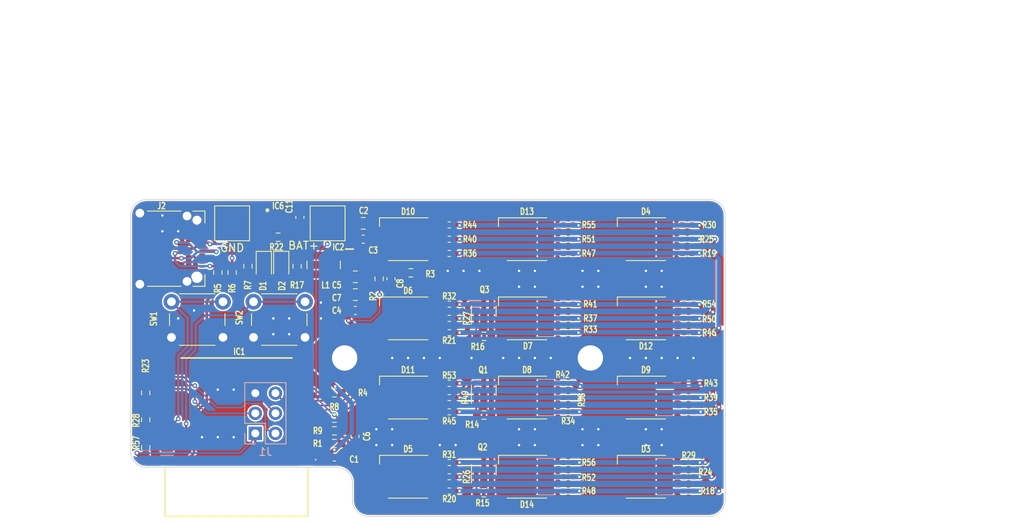
<source format=kicad_pcb>
(kicad_pcb (version 20211014) (generator pcbnew)
  (layers (0 "F.Cu" signal) (31 "B.Cu" signal) (34 "B.Paste" user) (35 "F.Paste" user) (36 "B.SilkS" user "B.Silkscreen") (37 "F.SilkS" user "F.Silkscreen") (38 "B.Mask" user) (39 "F.Mask" user) (44 "Edge.Cuts" user))
  (net 0 "")
  (net 1 "GND")
  (net 2 "+3V0")
  (net 3 "+BATT")
  (net 4 "/esp_en")
  (net 5 "Net-(C8-Pad2)")
  (net 6 "Net-(D1-Pad2)")
  (net 7 "Net-(D2-Pad1)")
  (net 8 "Net-(D2-Pad2)")
  (net 9 "/G")
  (net 10 "/R")
  (net 11 "/B")
  (net 12 "Net-(IC1-Pad3)")
  (net 13 "/red")
  (net 14 "/green")
  (net 15 "/blue")
  (net 16 "Net-(IC1-Pad7)")
  (net 17 "/boot")
  (net 19 "/rx")
  (net 20 "/tx")
  (net 21 "Net-(IC1-Pad15)")
  (net 22 "Net-(IC1-Pad16)")
  (net 24 "Net-(IC1-Pad18)")
  (net 25 "Net-(IC2-Pad2)")
  (net 26 "Net-(J2-PadA5)")
  (net 27 "Net-(J2-PadB5)")
  (net 28 "Net-(IC6-Pad1)")
  (net 29 "Net-(IC6-Pad4)")
  (net 32 "/D-")
  (net 33 "/D+")
  (net 34 "Net-(J2-PadA6)")
  (net 35 "Net-(J2-PadA7)")
  (net 36 "Net-(D3-Pad4)")
  (net 37 "Net-(D3-Pad5)")
  (net 38 "Net-(D3-Pad6)")
  (net 39 "Net-(D4-Pad4)")
  (net 40 "Net-(D4-Pad5)")
  (net 41 "Net-(D4-Pad6)")
  (net 42 "Net-(D5-Pad4)")
  (net 43 "Net-(D5-Pad5)")
  (net 44 "Net-(D5-Pad6)")
  (net 45 "Net-(D6-Pad6)")
  (net 46 "Net-(D6-Pad5)")
  (net 47 "Net-(D6-Pad4)")
  (net 48 "Net-(D7-Pad6)")
  (net 49 "Net-(D7-Pad5)")
  (net 50 "Net-(D7-Pad4)")
  (net 51 "Net-(D8-Pad4)")
  (net 52 "Net-(D8-Pad5)")
  (net 53 "Net-(D8-Pad6)")
  (net 54 "Net-(D9-Pad4)")
  (net 55 "Net-(D9-Pad5)")
  (net 56 "Net-(D9-Pad6)")
  (net 57 "Net-(D10-Pad6)")
  (net 58 "Net-(D10-Pad5)")
  (net 59 "Net-(D10-Pad4)")
  (net 60 "Net-(D11-Pad6)")
  (net 61 "Net-(D11-Pad5)")
  (net 62 "Net-(D11-Pad4)")
  (net 63 "Net-(D12-Pad6)")
  (net 64 "Net-(D12-Pad5)")
  (net 65 "Net-(D12-Pad4)")
  (net 66 "Net-(D13-Pad4)")
  (net 67 "Net-(D13-Pad5)")
  (net 68 "Net-(D13-Pad6)")
  (net 69 "Net-(D14-Pad6)")
  (net 70 "Net-(D14-Pad5)")
  (net 71 "Net-(D14-Pad4)")
  (footprint "Resistor_SMD:R_0402_1005Metric_Pad0.72x0.64mm_HandSolder" (layer "F.Cu") (at 162.3 124.5 180)
    (fp_text reference "R52")
    (fp_text value "51R")
  )
  (footprint "Resistor_SMD:R_0402_1005Metric_Pad0.72x0.64mm_HandSolder" (layer "F.Cu") (at 177.3 92.7 180)
    (fp_text reference "R30")
    (fp_text value "5R1")
  )
  (footprint "Resistor_SMD:R_0402_1005Metric_Pad0.72x0.64mm_HandSolder" (layer "F.Cu") (at 162.3 106.3 180)
    (fp_text reference "R33")
    (fp_text value "5R1")
  )
  (footprint "LED_SMD:LED_RGB_5050-6" (layer "F.Cu") (at 172.1 94.5)
    (fp_text reference "D4")
    (fp_text value "C440459")
  )
  (footprint "Resistor_SMD:R_0402_1005Metric_Pad0.72x0.64mm_HandSolder" (layer "F.Cu") (at 147.3 122.7 180)
    (fp_text reference "R31")
    (fp_text value "5R1")
  )
  (footprint "SamacSys_Parts:ESP32C3WROOM02H4" (layer "F.Cu") (at 129.95 109.5 180)
    (fp_text reference "IC1")
    (fp_text value "ESP32-C3-WROOM-02-H4" hide)
  )
  (footprint "Resistor_SMD:R_0603_1608Metric_Pad0.98x0.95mm_HandSolder" (layer "F.Cu") (at 138.45 99.5 -90)
    (fp_text reference "R2")
    (fp_text value "120k")
  )
  (footprint "Capacitor_SMD:C_0805_2012Metric" (layer "F.Cu") (at 135.45 99.25)
    (fp_text reference "C5")
    (fp_text value "22u")
  )
  (footprint "Resistor_SMD:R_0402_1005Metric_Pad0.72x0.64mm_HandSolder" (layer "F.Cu") (at 177.5 112.7 180)
    (fp_text reference "R43")
    (fp_text value "5R1")
  )
  (footprint "LED_SMD:LED_RGB_5050-6" (layer "F.Cu") (at 142.1 94.5)
    (fp_text reference "D10")
    (fp_text value "C440459")
  )
  (footprint "Resistor_SMD:R_0402_1005Metric_Pad0.72x0.64mm_HandSolder" (layer "F.Cu") (at 162.3 104.5 180)
    (fp_text reference "R37")
    (fp_text value "51R")
  )
  (footprint "LED_SMD:LED_RGB_5050-6" (layer "F.Cu") (at 142.1 114.5)
    (fp_text reference "D11")
    (fp_text value "C440459")
  )
  (footprint "Resistor_SMD:R_0402_1005Metric_Pad0.72x0.64mm_HandSolder" (layer "F.Cu") (at 162.3 96.3 180)
    (fp_text reference "R47")
    (fp_text value "5R1")
  )
  (footprint "LED_SMD:LED_RGB_5050-6" (layer "F.Cu") (at 157.1 114.5)
    (fp_text reference "D8")
    (fp_text value "C440459")
  )
  (footprint "Resistor_SMD:R_0603_1608Metric_Pad0.98x0.95mm_HandSolder" (layer "F.Cu") (at 109 117.3 90)
    (fp_text reference "R28")
    (fp_text value "0")
  )
  (footprint "Resistor_SMD:R_0402_1005Metric_Pad0.72x0.64mm_HandSolder" (layer "F.Cu") (at 177.5 102.7 180)
    (fp_text reference "R54")
    (fp_text value "5R1")
  )
  (footprint "Connector_USB:USB_C_Receptacle_Amphenol_12401610E4-2A_CircularHoles" (layer "F.Cu") (at 111.1 95.7 -90)
    (fp_text reference "J2")
    (fp_text value "USB_C_Receptacle_USB2.0")
  )
  (footprint "Resistor_SMD:R_0603_1608Metric_Pad0.98x0.95mm_HandSolder" (layer "F.Cu") (at 128.1 97.9 -90)
    (fp_text reference "R17")
    (fp_text value "2.2K")
  )
  (footprint "LED_SMD:LED_RGB_5050-6" (layer "F.Cu") (at 157.1 124.5)
    (fp_text reference "D14")
    (fp_text value "C440459")
  )
  (footprint "Resistor_SMD:R_0402_1005Metric_Pad0.72x0.64mm_HandSolder" (layer "F.Cu") (at 177.5 116.3 180)
    (fp_text reference "R35")
    (fp_text value "5R1")
  )
  (footprint "Resistor_SMD:R_0603_1608Metric_Pad0.98x0.95mm_HandSolder" (layer "F.Cu") (at 142.45 98.75 180)
    (fp_text reference "R3")
    (fp_text value "30k")
  )
  (footprint "Resistor_SMD:R_0402_1005Metric_Pad0.72x0.64mm_HandSolder" (layer "F.Cu") (at 162.3025 94.5 180)
    (fp_text reference "R51")
    (fp_text value "51R")
  )
  (footprint "TestPoint:TestPoint_Pad_4.0x4.0mm" (layer "F.Cu") (at 131.95 92.5)
    (fp_text reference "TP1" hide)
    (fp_text value "BAT+")
  )
  (footprint "Resistor_SMD:R_0603_1608Metric_Pad0.98x0.95mm_HandSolder" (layer "F.Cu") (at 151.6875 106.76875)
    (fp_text reference "R16")
    (fp_text value "10k")
  )
  (footprint "LED_SMD:LED_0805_2012Metric_Pad1.15x1.40mm_HandSolder" (layer "F.Cu") (at 126.1 97.9 -90)
    (fp_text reference "D2")
    (fp_text value "LED")
  )
  (footprint "LED_SMD:LED_RGB_5050-6" (layer "F.Cu") (at 142.1 124.5)
    (fp_text reference "D5")
    (fp_text value "C440459")
  )
  (footprint "Resistor_SMD:R_0402_1005Metric_Pad0.72x0.64mm_HandSolder" (layer "F.Cu") (at 147.3 124.5 180)
    (fp_text reference "R26")
    (fp_text value "51R")
  )
  (footprint "Resistor_SMD:R_0402_1005Metric_Pad0.72x0.64mm_HandSolder" (layer "F.Cu") (at 147.3 96.3 180)
    (fp_text reference "R36")
    (fp_text value "5R1")
  )
  (footprint "Resistor_SMD:R_0402_1005Metric_Pad0.72x0.64mm_HandSolder" (layer "F.Cu") (at 162.3 122.7 180)
    (fp_text reference "R56")
    (fp_text value "5R1")
  )
  (footprint "Resistor_SMD:R_0603_1608Metric_Pad0.98x0.95mm_HandSolder" (layer "F.Cu") (at 132.8 120.3 180)
    (fp_text reference "R1")
    (fp_text value "10k")
  )
  (footprint "Resistor_SMD:R_0402_1005Metric_Pad0.72x0.64mm_HandSolder" (layer "F.Cu") (at 177.5 124.5 180)
    (fp_text reference "R24")
    (fp_text value "51R")
  )
  (footprint "Capacitor_SMD:C_0603_1608Metric_Pad1.08x0.95mm_HandSolder" (layer "F.Cu") (at 128.45 91.75 90)
    (fp_text reference "C11")
    (fp_text value "10u")
  )
  (footprint "LED_SMD:LED_RGB_5050-6" (layer "F.Cu") (at 172.1 124.5)
    (fp_text reference "D3")
    (fp_text value "C440459")
  )
  (footprint "Resistor_SMD:R_0402_1005Metric_Pad0.72x0.64mm_HandSolder" (layer "F.Cu") (at 147.3 102.7 180)
    (fp_text reference "R32")
    (fp_text value "5R1")
  )
  (footprint "Resistor_SMD:R_0603_1608Metric" (layer "F.Cu") (at 119.9 98.7 90)
    (fp_text reference "R6")
    (fp_text value "5.1k")
  )
  (footprint "Capacitor_SMD:C_0603_1608Metric_Pad1.08x0.95mm_HandSolder" (layer "F.Cu") (at 135.45 103.5)
    (fp_text reference "C4")
    (fp_text value "100n")
  )
  (footprint "Resistor_SMD:R_0402_1005Metric_Pad0.72x0.64mm_HandSolder" (layer "F.Cu") (at 177.5 114.5 180)
    (fp_text reference "R39")
    (fp_text value "51R")
  )
  (footprint "TestPoint:TestPoint_Pad_4.0x4.0mm" (layer "F.Cu") (at 119.9 92.5)
    (fp_text reference "TP2" hide)
    (fp_text value "GND")
  )
  (footprint "Resistor_SMD:R_0402_1005Metric_Pad0.72x0.64mm_HandSolder" (layer "F.Cu") (at 147.3 94.5 180)
    (fp_text reference "R40")
    (fp_text value "51R")
  )
  (footprint "Capacitor_SMD:C_0603_1608Metric_Pad1.08x0.95mm_HandSolder" (layer "F.Cu") (at 139.95 99.5 90)
    (fp_text reference "C8")
    (fp_text value "56p")
  )
  (footprint "Resistor_SMD:R_0402_1005Metric_Pad0.72x0.64mm_HandSolder" (layer "F.Cu") (at 147.3 106.3 180)
    (fp_text reference "R21")
    (fp_text value "5R1")
  )
  (footprint "Resistor_SMD:R_0603_1608Metric_Pad0.98x0.95mm_HandSolder" (layer "F.Cu") (at 132.8 113.9 180)
    (fp_text reference "R4")
    (fp_text value "10k")
  )
  (footprint "LED_SMD:LED_RGB_5050-6" (layer "F.Cu") (at 172.1 114.5)
    (fp_text reference "D9")
    (fp_text value "C440459")
  )
  (footprint "Resistor_SMD:R_0402_1005Metric_Pad0.72x0.64mm_HandSolder" (layer "F.Cu") (at 177.3 94.5 180)
    (fp_text reference "R25")
    (fp_text value "51R")
  )
  (footprint "Resistor_SMD:R_0603_1608Metric_Pad0.98x0.95mm_HandSolder" (layer "F.Cu") (at 151.6875 116.70625)
    (fp_text reference "R14")
    (fp_text value "10k")
  )
  (footprint "LED_SMD:LED_RGB_5050-6" (layer "F.Cu") (at 157.1 104.5)
    (fp_text reference "D7")
    (fp_text value "C440459")
  )
  (footprint "Resistor_SMD:R_0603_1608Metric_Pad0.98x0.95mm_HandSolder" (layer "F.Cu") (at 132.8 117.1)
    (fp_text reference "R8")
    (fp_text value "10k")
  )
  (footprint "Resistor_SMD:R_0603_1608Metric_Pad0.98x0.95mm_HandSolder" (layer "F.Cu") (at 121.9 97.9 -90)
    (fp_text reference "R7")
    (fp_text value "2.2K")
  )
  (footprint "Resistor_SMD:R_0402_1005Metric_Pad0.72x0.64mm_HandSolder" (layer "F.Cu") (at 177.5 106.3 180)
    (fp_text reference "R46")
    (fp_text value "5R1")
  )
  (footprint "Resistor_SMD:R_0603_1608Metric_Pad0.98x0.95mm_HandSolder" (layer "F.Cu") (at 109 113.9 90)
    (fp_text reference "R23")
    (fp_text value "0")
  )
  (footprint "Resistor_SMD:R_0402_1005Metric_Pad0.72x0.64mm_HandSolder" (layer "F.Cu") (at 162.3 92.7 180)
    (fp_text reference "R55")
    (fp_text value "5R1")
  )
  (footprint "SamacSys_Parts:SOT50P160X60-6N" (layer "F.Cu") (at 135.45 96.75)
    (fp_text reference "IC2")
    (fp_text value "TPS564247DRLR" hide)
  )
  (footprint "Resistor_SMD:R_0402_1005Metric_Pad0.72x0.64mm_HandSolder" (layer "F.Cu") (at 162.3025 102.7 180)
    (fp_text reference "R41")
    (fp_text value "5R1")
  )
  (footprint "Resistor_SMD:R_0402_1005Metric_Pad0.72x0.64mm_HandSolder" (layer "F.Cu") (at 177.3 96.3 180)
    (fp_text reference "R19")
    (fp_text value "5R1")
  )
  (footprint "Package_TO_SOT_SMD:SOT-23" (layer "F.Cu") (at 151.65 123.61875 90)
    (fp_text reference "Q2")
    (fp_text value "C347476")
  )
  (footprint "Resistor_SMD:R_0402_1005Metric_Pad0.72x0.64mm_HandSolder" (layer "F.Cu") (at 177.5 126.3 180)
    (fp_text reference "R18")
    (fp_text value "5R1")
  )
  (footprint "Capacitor_SMD:C_0603_1608Metric_Pad1.08x0.95mm_HandSolder" (layer "F.Cu") (at 135.4 119.4 90)
    (fp_text reference "C6")
    (fp_text value "100n")
  )
  (footprint "SamacSys_Parts:SON50P200X200X60-7N-D" (layer "F.Cu") (at 125.7 92)
    (fp_text reference "IC6")
    (fp_text value "SC810ULTRT" hide)
  )
  (footprint "Resistor_SMD:R_0603_1608Metric_Pad0.98x0.95mm_HandSolder" (layer "F.Cu") (at 109 120.8 90)
    (fp_text reference "R57")
    (fp_text value "10k")
  )
  (footprint "Capacitor_SMD:C_0805_2012Metric" (layer "F.Cu") (at 136.45 92.5)
    (fp_text reference "C2")
    (fp_text value "47u")
  )
  (footprint "MountingHole:MountingHole_3.2mm_M3_DIN965_Pad" (layer "F.Cu") (at 134.1 109.5)
    (fp_text reference "H2")
    (fp_text value "MountingHole_Pad")
  )
  (footprint "Button_Switch_THT:SW_PUSH_6mm_H4.3mm" (layer "F.Cu") (at 129.1 106.9 180)
    (fp_text reference "SW2")
    (fp_text value "SW_SPST")
  )
  (footprint "Resistor_SMD:R_0402_1005Metric_Pad0.72x0.64mm_HandSolder" (layer "F.Cu") (at 162.3 112.7 180)
    (fp_text reference "R42")
    (fp_text value "5R1")
  )
  (footprint "Resistor_SMD:R_0402_1005Metric_Pad0.72x0.64mm_HandSolder" (layer "F.Cu") (at 162.3 126.3 180)
    (fp_text reference "R48")
    (fp_text value "5R1")
  )
  (footprint "Resistor_SMD:R_0603_1608Metric_Pad0.98x0.95mm_HandSolder" (layer "F.Cu") (at 125.7 94.25)
    (fp_text reference "R22")
    (fp_text value "2.2K")
  )
  (footprint "Capacitor_SMD:C_0603_1608Metric_Pad1.08x0.95mm_HandSolder" (layer "F.Cu") (at 132.8 122)
    (fp_text reference "C1")
    (fp_text value "10u")
  )
  (footprint "LED_SMD:LED_RGB_5050-6" (layer "F.Cu") (at 172.1 104.5)
    (fp_text reference "D12")
    (fp_text value "C440459")
  )
  (footprint "Button_Switch_THT:SW_PUSH_6mm_H4.3mm" (layer "F.Cu") (at 112.25 102.4)
    (fp_text reference "SW1")
    (fp_text value "SW_SPST")
  )
  (footprint "Resistor_SMD:R_0402_1005Metric_Pad0.72x0.64mm_HandSolder" (layer "F.Cu") (at 147.3 104.5 180)
    (fp_text reference "R27")
    (fp_text value "51R")
  )
  (footprint "Resistor_SMD:R_0603_1608Metric" (layer "F.Cu") (at 118.1 98.7 90)
    (fp_text reference "R5")
    (fp_text value "5.1k")
  )
  (footprint "Capacitor_SMD:C_0805_2012Metric" (layer "F.Cu") (at 135.45 101.5)
    (fp_text reference "C7")
    (fp_text value "22u")
  )
  (footprint "LED_SMD:LED_RGB_5050-6" (layer "F.Cu") (at 157.1 94.5)
    (fp_text reference "D13")
    (fp_text value "C440459")
  )
  (footprint "Resistor_SMD:R_0402_1005Metric_Pad0.72x0.64mm_HandSolder" (layer "F.Cu") (at 162.3 116.3 180)
    (fp_text reference "R34")
    (fp_text value "5R1")
  )
  (footprint "MountingHole:MountingHole_3.2mm_M3_DIN965_Pad" (layer "F.Cu") (at 165.1 109.5)
    (fp_text reference "H1")
    (fp_text value "MountingHole_Pad")
  )
  (footprint "Inductor_SMD:L_Wuerth_MAPI-4020" (layer "F.Cu") (at 131.45 97.75 90)
    (fp_text reference "L1")
    (fp_text value "1.5u")
  )
  (footprint "Resistor_SMD:R_0603_1608Metric_Pad0.98x0.95mm_HandSolder" (layer "F.Cu") (at 132.8 118.7 180)
    (fp_text reference "R9")
    (fp_text value "10k")
  )
  (footprint "Resistor_SMD:R_0402_1005Metric_Pad0.72x0.64mm_HandSolder" (layer "F.Cu") (at 177.5 122.7 180)
    (fp_text reference "R29")
    (fp_text value "5R1")
  )
  (footprint "Package_TO_SOT_SMD:SOT-23" (layer "F.Cu") (at 151.65 103.56875 90)
    (fp_text reference "Q3")
    (fp_text value "C347476")
  )
  (footprint "LED_SMD:LED_RGB_5050-6" (layer "F.Cu") (at 142.1 104.5)
    (fp_text reference "D6")
    (fp_text value "C440459")
  )
  (footprint "Capacitor_SMD:C_0603_1608Metric_Pad1.08x0.95mm_HandSolder" (layer "F.Cu") (at 136.45 94.5)
    (fp_text reference "C3")
    (fp_text value "100n")
  )
  (footprint "Resistor_SMD:R_0402_1005Metric_Pad0.72x0.64mm_HandSolder" (layer "F.Cu") (at 147.3 112.7 180)
    (fp_text reference "R53")
    (fp_text value "5R1")
  )
  (footprint "Resistor_SMD:R_0402_1005Metric_Pad0.72x0.64mm_HandSolder" (layer "F.Cu") (at 147.3 114.5 180)
    (fp_text reference "R49")
    (fp_text value "51R")
  )
  (footprint "Resistor_SMD:R_0402_1005Metric_Pad0.72x0.64mm_HandSolder" (layer "F.Cu") (at 147.3 126.3 180)
    (fp_text reference "R20")
    (fp_text value "5R1")
  )
  (footprint "LED_SMD:LED_0805_2012Metric_Pad1.15x1.40mm_HandSolder" (layer "F.Cu") (at 123.9 97.9 -90)
    (fp_text reference "D1")
    (fp_text value "LED")
  )
  (footprint "Resistor_SMD:R_0402_1005Metric_Pad0.72x0.64mm_HandSolder" (layer "F.Cu") (at 147.3 92.7 180)
    (fp_text reference "R44")
    (fp_text value "5R1")
  )
  (footprint "Resistor_SMD:R_0603_1608Metric_Pad0.98x0.95mm_HandSolder" (layer "F.Cu") (at 151.65 126.51875)
    (fp_text reference "R15")
    (fp_text value "10k")
  )
  (footprint "Resistor_SMD:R_0402_1005Metric_Pad0.72x0.64mm_HandSolder" (layer "F.Cu") (at 147.3 116.3 180)
    (fp_text reference "R45")
    (fp_text value "5R1")
  )
  (footprint "Package_TO_SOT_SMD:SOT-23" (layer "F.Cu") (at 151.65 113.56875 90)
    (fp_text reference "Q1")
    (fp_text value "C347476")
  )
  (footprint "Resistor_SMD:R_0402_1005Metric_Pad0.72x0.64mm_HandSolder" (layer "F.Cu") (at 162.3 114.5 180)
    (fp_text reference "R38")
    (fp_text value "51R")
  )
  (footprint "Resistor_SMD:R_0402_1005Metric_Pad0.72x0.64mm_HandSolder" (layer "F.Cu") (at 177.5 104.5 180)
    (fp_text reference "R50")
    (fp_text value "51R")
  )
  (footprint "Connector_PinHeader_2.54mm:PinHeader_2x03_P2.54mm_Vertical" (layer "B.Cu") (at 122.825 119.025)
    (fp_text reference "J1")
    (fp_text value "Conn_02x03_Odd_Even")
  )
  (gr_arc (start 107.1 91.5) (mid 107.685786 90.085786) (end 109.1 89.5) (layer "Edge.Cuts") (width 0.1))
  (gr_line (start 109.1 123.3) (end 133.1 123.3) (layer "Edge.Cuts") (width 0.1))
  (gr_arc (start 109.1 123.3) (mid 107.685786 122.714214) (end 107.1 121.3) (layer "Edge.Cuts") (width 0.1))
  (gr_arc (start 137.1 129.5) (mid 135.685786 128.914214) (end 135.1 127.5) (layer "Edge.Cuts") (width 0.1))
  (gr_arc (start 182.1 127.5) (mid 181.514214 128.914214) (end 180.1 129.5) (layer "Edge.Cuts") (width 0.1))
  (gr_arc (start 133.1 123.3) (mid 134.514214 123.885786) (end 135.1 125.3) (layer "Edge.Cuts") (width 0.1))
  (gr_line (start 137.1 129.5) (end 180.1 129.5) (layer "Edge.Cuts") (width 0.1))
  (gr_line (start 182.1 127.5) (end 182.1 109.5) (layer "Edge.Cuts") (width 0.1))
  (gr_line (start 180.1 89.5) (end 109.1 89.5) (layer "Edge.Cuts") (width 0.1))
  (gr_arc (start 180.1 89.5) (mid 181.514214 90.085786) (end 182.1 91.5) (layer "Edge.Cuts") (width 0.1))
  (gr_line (start 182.1 109.5) (end 182.1 91.5) (layer "Edge.Cuts") (width 0.1))
  (gr_line (start 135.1 125.3) (end 135.1 127.5) (layer "Edge.Cuts") (width 0.1))
  (gr_line (start 107.1 91.5) (end 107.1 121.3) (layer "Edge.Cuts") (width 0.1))
  (segment (start 125.2 92.5) (end 124.7 92.5) (width 0.2) (layer "F.Cu") (net 1))
  (segment (start 126.2 91.5) (end 125.7 92) (width 0.2) (layer "F.Cu") (net 1))
  (segment (start 125.7 92) (end 125.2 92.5) (width 0.2) (layer "F.Cu") (net 1))
  (segment (start 126.7 91.5) (end 126.2 91.5) (width 0.2) (layer "F.Cu") (net 1))
  (via (at 140.1 118.5) (size 0.6) (drill 0.3) (layers "F.Cu" "B.Cu") (net 1))
  (via (at 140.1 120.5) (size 0.6) (drill 0.3) (layers "F.Cu" "B.Cu") (net 1))
  (via (at 172.1 109.5) (size 0.6) (drill 0.3) (layers "F.Cu" "B.Cu") (net 1))
  (via (at 151.1 98.5) (size 0.6) (drill 0.3) (layers "F.Cu" "B.Cu") (net 1))
  (via (at 138.1 118.5) (size 0.6) (drill 0.3) (layers "F.Cu" "B.Cu") (net 1))
  (via (at 131.1 102.5) (size 0.6) (drill 0.3) (layers "F.Cu" "B.Cu") (net 1))
  (via (at 158.1 98.5) (size 0.6) (drill 0.3) (layers "F.Cu" "B.Cu") (net 1))
  (via (at 164.1 98.5) (size 0.6) (drill 0.3) (layers "F.Cu" "B.Cu") (net 1))
  (via (at 174.1 120.5) (size 0.6) (drill 0.3) (layers "F.Cu" "B.Cu") (net 1))
  (via (at 111.1 93.5) (size 0.6) (drill 0.3) (layers "F.Cu" "B.Cu") (net 1))
  (via (at 174.1 118.5) (size 0.6) (drill 0.3) (layers "F.Cu" "B.Cu") (net 1))
  (via (at 154.1 109.5) (size 0.6) (drill 0.3) (layers "F.Cu" "B.Cu") (net 1))
  (via (at 172.1 120.5) (size 0.6) (drill 0.3) (layers "F.Cu" "B.Cu") (net 1))
  (via (at 144.1 109.5) (size 0.6) (drill 0.3) (layers "F.Cu" "B.Cu") (net 1))
  (via (at 158.1 118.5) (size 0.6) (drill 0.3) (layers "F.Cu" "B.Cu") (net 1))
  (via (at 166.1 120.5) (size 0.6) (drill 0.3) (layers "F.Cu" "B.Cu") (net 1))
  (via (at 158.1 120.5) (size 0.6) (drill 0.3) (layers "F.Cu" "B.Cu") (net 1))
  (via (at 172.1 98.5) (size 0.6) (drill 0.3) (layers "F.Cu" "B.Cu") (net 1))
  (via (at 116.1 119.5) (size 0.6) (drill 0.3) (layers "F.Cu" "B.Cu") (net 1))
  (via (at 125.1 106.5) (size 0.6) (drill 0.3) (layers "F.Cu" "B.Cu") (net 1))
  (via (at 174.1 109.5) (size 0.6) (drill 0.3) (layers "F.Cu" "B.Cu") (net 1))
  (via (at 118.1 119.5) (size 0.6) (drill 0.3) (layers "F.Cu" "B.Cu") (net 1))
  (via (at 158.1 109.5) (size 0.6) (drill 0.3) (layers "F.Cu" "B.Cu") (net 1))
  (via (at 166.1 100.5) (size 0.6) (drill 0.3) (layers "F.Cu" "B.Cu") (net 1))
  (via (at 156.1 120.5) (size 0.6) (drill 0.3) (layers "F.Cu" "B.Cu") (net 1))
  (via (at 160.1 109.5) (size 0.6) (drill 0.3) (layers "F.Cu" "B.Cu") (net 1))
  (via (at 111.1 91.5) (size 0.6) (drill 0.3) (layers "F.Cu" "B.Cu") (net 1))
  (via (at 120.1 119.5) (size 0.6) (drill 0.3) (layers "F.Cu" "B.Cu") (net 1))
  (via (at 172.1 100.5) (size 0.6) (drill 0.3) (layers "F.Cu" "B.Cu") (net 1))
  (via (at 156.1 118.5) (size 0.6) (drill 0.3) (layers "F.Cu" "B.Cu") (net 1))
  (via (at 125.1 104.5) (size 0.6) (drill 0.3) (layers "F.Cu" "B.Cu") (net 1))
  (via (at 164.1 118.5) (size 0.6) (drill 0.3) (layers "F.Cu" "B.Cu") (net 1))
  (via (at 131.1 104.5) (size 0.6) (drill 0.3) (layers "F.Cu" "B.Cu") (net 1))
  (via (at 172.1 118.5) (size 0.6) (drill 0.3) (layers "F.Cu" "B.Cu") (net 1))
  (via (at 138.1 120.5) (size 0.6) (drill 0.3) (layers "F.Cu" "B.Cu") (net 1))
  (via (at 166.1 118.5) (size 0.6) (drill 0.3) (layers "F.Cu" "B.Cu") (net 1))
  (via (at 142.1 109.5) (size 0.6) (drill 0.3) (layers "F.Cu" "B.Cu") (net 1))
  (via (at 174.1 98.5) (size 0.6) (drill 0.3) (layers "F.Cu" "B.Cu") (net 1))
  (via (at 148.1 120.5) (size 0.6) (drill 0.3) (layers "F.Cu" "B.Cu") (net 1))
  (via (at 174.1 100.5) (size 0.6) (drill 0.3) (layers "F.Cu" "B.Cu") (net 1))
  (via (at 147.1 98.5) (size 0.6) (drill 0.3) (layers "F.Cu" "B.Cu") (net 1))
  (via (at 170.1 109.5) (size 0.6) (drill 0.3) (layers "F.Cu" "B.Cu") (net 1))
  (via (at 150.1 109.5) (size 0.6) (drill 0.3) (layers "F.Cu" "B.Cu") (net 1))
  (via (at 115.1 103.5) (size 0.6) (drill 0.3) (layers "F.Cu" "B.Cu") (net 1))
  (via (at 118.1 113.5) (size 0.6) (drill 0.3) (layers "F.Cu" "B.Cu") (net 1))
  (via (at 146.1 109.5) (size 0.6) (drill 0.3) (layers "F.Cu" "B.Cu") (net 1))
  (via (at 164.1 100.5) (size 0.6) (drill 0.3) (layers "F.Cu" "B.Cu") (net 1))
  (via (at 140.1 109.5) (size 0.6) (drill 0.3) (layers "F.Cu" "B.Cu") (net 1))
  (via (at 120.1 113.5) (size 0.6) (drill 0.3) (layers "F.Cu" "B.Cu") (net 1))
  (via (at 127.1 106.5) (size 0.6) (drill 0.3) (layers "F.Cu" "B.Cu") (net 1))
  (via (at 146.1 120.5) (size 0.6) (drill 0.3) (layers "F.Cu" "B.Cu") (net 1))
  (via (at 156.1 98.5) (size 0.6) (drill 0.3) (layers "F.Cu" "B.Cu") (net 1))
  (via (at 149.1 98.5) (size 0.6) (drill 0.3) (layers "F.Cu" "B.Cu") (net 1))
  (via (at 127.1 104.5) (size 0.6) (drill 0.3) (layers "F.Cu" "B.Cu") (net 1))
  (via (at 176.1 109.5) (size 0.6) (drill 0.3) (layers "F.Cu" "B.Cu") (net 1))
  (via (at 156.1 100.5) (size 0.6) (drill 0.3) (layers "F.Cu" "B.Cu") (net 1))
  (via (at 156.1 109.5) (size 0.6) (drill 0.3) (layers "F.Cu" "B.Cu") (net 1))
  (via (at 113.1 93.5) (size 0.6) (drill 0.3) (layers "F.Cu" "B.Cu") (net 1))
  (via (at 178.1 109.5) (size 0.6) (drill 0.3) (layers "F.Cu" "B.Cu") (net 1))
  (via (at 164.1 120.5) (size 0.6) (drill 0.3) (layers "F.Cu" "B.Cu") (net 1))
  (via (at 158.1 100.5) (size 0.6) (drill 0.3) (layers "F.Cu" "B.Cu") (net 1))
  (via (at 113.1 104.5) (size 0.6) (drill 0.3) (layers "F.Cu" "B.Cu") (net 1))
  (via (at 166.1 98.5) (size 0.6) (drill 0.3) (layers "F.Cu" "B.Cu") (net 1))
  (segment (start 152.6 116.61875) (end 152.5125 116.70625) (width 0.6) (layer "F.Cu") (net 2))
  (segment (start 129.2 122.4) (end 124.4 122.4) (width 0.3) (layer "F.Cu") (net 2))
  (segment (start 134.5 101.5) (end 134.5 103.4125) (width 0.6) (layer "F.Cu") (net 2))
  (segment (start 138.5 101.5) (end 138.5 100.4625) (width 0.2) (layer "F.Cu") (net 2))
  (segment (start 131.9375 122) (end 131.9375 121.9625) (width 0.6) (layer "F.Cu") (net 2))
  (segment (start 152.6 104.50625) (end 152.6 106.76875) (width 0.6) (layer "F.Cu") (net 2))
  (segment (start 134.185 98.935) (end 134.5 99.25) (width 0.6) (layer "F.Cu") (net 2))
  (segment (start 122.825 120.825) (end 122.825 119.025) (width 0.3) (layer "F.Cu") (net 2))
  (segment (start 152.6 101.4) (end 152.6 104.50625) (width 0.6) (layer "F.Cu") (net 2))
  (segment (start 108.1125 121.7125) (end 107.9 121.5) (width 0.6) (layer "F.Cu") (net 2))
  (segment (start 130.5 107.9) (end 130.5 110.7) (width 0.6) (layer "F.Cu") (net 2))
  (segment (start 131.5375 122.4) (end 131.9375 122) (width 0.6) (layer "F.Cu") (net 2))
  (segment (start 131.9375 121.9625) (end 132.8 121.1) (width 0.6) (layer "F.Cu") (net 2))
  (segment (start 152.6 126.48125) (end 152.5625 126.51875) (width 0.6) (layer "F.Cu") (net 2))
  (segment (start 137.9 108.1) (end 140.7 108.1) (width 0.6) (layer "F.Cu") (net 2))
  (segment (start 140.7 108.1) (end 142.1 106.7) (width 0.6) (layer "F.Cu") (net 2))
  (segment (start 132.8 121.1) (end 133.6 120.3) (width 0.6) (layer "F.Cu") (net 2))
  (segment (start 138.45 100.4125) (end 139.9 100.4125) (width 0.2) (layer "F.Cu") (net 2))
  (segment (start 152.6 116.70625) (end 152.6 124.55625) (width 0.6) (layer "F.Cu") (net 2))
  (segment (start 133.6 120.3) (end 133.7125 120.3) (width 0.6) (layer "F.Cu") (net 2))
  (segment (start 134.5 100.3) (end 134.5 101.5) (width 0.6) (layer "F.Cu") (net 2))
  (segment (start 129.2 122.4) (end 131.5375 122.4) (width 0.6) (layer "F.Cu") (net 2))
  (segment (start 134.5 103.4125) (end 134.5875 103.5) (width 0.6) (layer "F.Cu") (net 2))
  (segment (start 124.4 122.4) (end 122.825 120.825) (width 0.3) (layer "F.Cu") (net 2))
  (segment (start 134.5875 104.7875) (end 137.9 108.1) (width 0.6) (layer "F.Cu") (net 2))
  (segment (start 142.1 101.9) (end 143.5 100.5) (width 0.6) (layer "F.Cu") (net 2))
  (segment (start 130.5 110.7) (end 133.7 113.9) (width 0.6) (layer "F.Cu") (net 2))
  (segment (start 134.5875 103.5) (end 134.5875 104.7875) (width 0.6) (layer "F.Cu") (net 2))
  (segment (start 109 121.7125) (end 108.1125 121.7125) (width 0.6) (layer "F.Cu") (net 2))
  (segment (start 139.9 100.4125) (end 139.95 100.3625) (width 0.2) (layer "F.Cu") (net 2))
  (segment (start 143.5 100.5) (end 151.7 100.5) (width 0.6) (layer "F.Cu") (net 2))
  (segment (start 142.1 106.7) (end 142.1 101.9) (width 0.6) (layer "F.Cu") (net 2))
  (segment (start 134.5 99.25) (end 134.5 100.3) (width 0.6) (layer "F.Cu") (net 2))
  (segment (start 151.7 100.5) (end 152.6 101.4) (width 0.6) (layer "F.Cu") (net 2))
  (segment (start 134.5875 103.8125) (end 130.5 107.9) (width 0.6) (layer "F.Cu") (net 2))
  (segment (start 152.6 106.76875) (end 152.6 114.50625) (width 0.6) (layer "F.Cu") (net 2))
  (segment (start 152.6 114.50625) (end 152.6 116.61875) (width 0.6) (layer "F.Cu") (net 2))
  (segment (start 152.6 124.55625) (end 152.6 126.48125) (width 0.6) (layer "F.Cu") (net 2))
  (segment (start 131.45 98.935) (end 134.185 98.935) (width 0.6) (layer "F.Cu") (net 2))
  (segment (start 134.5875 103.5) (end 134.5875 103.8125) (width 0.6) (layer "F.Cu") (net 2))
  (via (at 134.5875 104.7875) (size 0.6) (drill 0.3) (layers "F.Cu" "B.Cu") (net 2))
  (via (at 132.9 113.1) (size 0.6) (drill 0.3) (layers "F.Cu" "B.Cu") (net 2))
  (via (at 132.8 121.1) (size 0.6) (drill 0.3) (layers "F.Cu" "B.Cu") (net 2))
  (via (at 107.9 121.5) (size 0.6) (drill 0.3) (layers "F.Cu" "B.Cu") (net 2))
  (via (at 138.5 101.5) (size 0.6) (drill 0.3) (layers "F.Cu" "B.Cu") (net 2))
  (segment (start 138.5 103.7) (end 138.5 101.5) (width 0.2) (layer "B.Cu") (net 2))
  (segment (start 134.5875 104.7875) (end 137.4125 104.7875) (width 0.2) (layer "B.Cu") (net 2))
  (segment (start 107.9 121.5) (end 120.9 121.5) (width 0.2) (layer "B.Cu") (net 2))
  (segment (start 137.4125 104.7875) (end 138.5 103.7) (width 0.2) (layer "B.Cu") (net 2))
  (segment (start 132.9 121.1) (end 132.8 121.1) (width 0.6) (layer "B.Cu") (net 2))
  (segment (start 135 119) (end 132.9 121.1) (width 0.6) (layer "B.Cu") (net 2))
  (segment (start 122.825 119.575) (end 122.825 119.025) (width 0.2) (layer "B.Cu") (net 2))
  (segment (start 120.9 121.5) (end 122.825 119.575) (width 0.2) (layer "B.Cu") (net 2))
  (segment (start 132.9 113.1) (end 135 115.2) (width 0.6) (layer "B.Cu") (net 2))
  (segment (start 135 115.2) (end 135 119) (width 0.6) (layer "B.Cu") (net 2))
  (segment (start 128.1 94.6) (end 128.45 94.25) (width 0.2) (layer "F.Cu") (net 3))
  (segment (start 135.5 94.4125) (end 135.5875 94.5) (width 0.6) (layer "F.Cu") (net 3))
  (segment (start 128.45 94.25) (end 128.45 92.6125) (width 0.2) (layer "F.Cu") (net 3))
  (segment (start 133.225682 117.1) (end 132.797512 116.67183) (width 0.2) (layer "F.Cu") (net 3))
  (segment (start 134.7 95.3875) (end 135.5875 94.5) (width 0.6) (layer "F.Cu") (net 3))
  (segment (start 133.7125 117.1) (end 133.225682 117.1) (width 0.2) (layer "F.Cu") (net 3))
  (segment (start 134.7 96) (end 134.7 96.1) (width 0.3) (layer "F.Cu") (net 3))
  (segment (start 135.5 92.5) (end 135.5 94.4125) (width 0.6) (layer "F.Cu") (net 3))
  (segment (start 128.65 92.8125) (end 131.6375 92.8125) (width 0.6) (layer "F.Cu") (net 3))
  (segment (start 126.7 92) (end 127.45 92) (width 0.3) (layer "F.Cu") (net 3))
  (segment (start 131.9 95.1) (end 131.95 95.05) (width 0.2) (layer "F.Cu") (net 3))
  (segment (start 128.1 96.9875) (end 128.1 94.6) (width 0.2) (layer "F.Cu") (net 3))
  (segment (start 131.6375 92.8125) (end 131.95 92.5) (width 0.6) (layer "F.Cu") (net 3))
  (segment (start 134.7 96) (end 134.7 95.3875) (width 0.6) (layer "F.Cu") (net 3))
  (segment (start 127.95 92) (end 128.45 92.5) (width 0.6) (layer "F.Cu") (net 3))
  (segment (start 136.2 96.75) (end 135.699511 96.75) (width 0.2) (layer "F.Cu") (net 3))
  (segment (start 127.45 92) (end 127.95 92) (width 0.6) (layer "F.Cu") (net 3))
  (segment (start 128.45 92.5) (end 128.45 92.6125) (width 0.6) (layer "F.Cu") (net 3))
  (segment (start 131.95 95.05) (end 131.95 92.5) (width 0.2) (layer "F.Cu") (net 3))
  (segment (start 135.699511 96.75) (end 135.199511 96.25) (width 0.2) (layer "F.Cu") (net 3))
  (segment (start 131.95 92.5) (end 135.5 92.5) (width 0.6) (layer "F.Cu") (net 3))
  (segment (start 128.45 92.6125) (end 128.65 92.8125) (width 0.6) (layer "F.Cu") (net 3))
  (segment (start 135.199511 96.25) (end 134.7 96.25) (width 0.2) (layer "F.Cu") (net 3))
  (via (at 131.9 95.1) (size 0.6) (drill 0.3) (layers "F.Cu" "B.Cu") (net 3))
  (via (at 132.797512 116.67183) (size 0.6) (drill 0.3) (layers "F.Cu" "B.Cu") (net 3))
  (segment (start 132.67183 116.67183) (end 130.5 114.5) (width 0.2) (layer "B.Cu") (net 3))
  (segment (start 130.5 96.5) (end 131.9 95.1) (width 0.2) (layer "B.Cu") (net 3))
  (segment (start 132.797512 116.67183) (end 132.67183 116.67183) (width 0.2) (layer "B.Cu") (net 3))
  (segment (start 130.5 114.5) (end 130.5 96.5) (width 0.2) (layer "B.Cu") (net 3))
  (segment (start 131.2875 120.9) (end 131.8875 120.3) (width 0.2) (layer "F.Cu") (net 4))
  (segment (start 127.3 120.2) (end 128 120.9) (width 0.2) (layer "F.Cu") (net 4))
  (segment (start 129.2 120.9) (end 131.2875 120.9) (width 0.2) (layer "F.Cu") (net 4))
  (segment (start 125.365 113.945) (end 127.3 115.88) (width 0.2) (layer "F.Cu") (net 4))
  (segment (start 134.6375 119.5) (end 135.4 120.2625) (width 0.2) (layer "F.Cu") (net 4))
  (segment (start 132.6875 119.5) (end 134.6375 119.5) (width 0.2) (layer "F.Cu") (net 4))
  (segment (start 127.3 115.88) (end 127.3 120.2) (width 0.2) (layer "F.Cu") (net 4))
  (segment (start 131.8875 120.3) (end 132.6875 119.5) (width 0.2) (layer "F.Cu") (net 4))
  (segment (start 128 120.9) (end 129.2 120.9) (width 0.2) (layer "F.Cu") (net 4))
  (segment (start 139.95 98.6375) (end 138.5 98.6375) (width 0.3) (layer "F.Cu") (net 5))
  (segment (start 141.5375 98.75) (end 140.0625 98.75) (width 0.3) (layer "F.Cu") (net 5))
  (segment (start 140.0625 98.75) (end 139.95 98.6375) (width 0.3) (layer "F.Cu") (net 5))
  (segment (start 137.25 96.25) (end 136.2 96.25) (width 0.3) (layer "F.Cu") (net 5))
  (segment (start 137.7875 98.5875) (end 137.5 98.3) (width 0.3) (layer "F.Cu") (net 5))
  (segment (start 137.5 98.3) (end 137.5 96.5) (width 0.3) (layer "F.Cu") (net 5))
  (segment (start 137.5 96.5) (end 137.25 96.25) (width 0.3) (layer "F.Cu") (net 5))
  (segment (start 138.5 98.6375) (end 138.45 98.5875) (width 0.3) (layer "F.Cu") (net 5))
  (segment (start 138.45 98.5875) (end 137.7875 98.5875) (width 0.3) (layer "F.Cu") (net 5))
  (segment (start 121.9 98.8125) (end 123.7875 98.8125) (width 0.2) (layer "F.Cu") (net 6))
  (segment (start 123.7875 98.8125) (end 123.9 98.925) (width 0.2) (layer "F.Cu") (net 6))
  (segment (start 123.45 92.5) (end 123.95 92) (width 0.2) (layer "F.Cu") (net 7))
  (segment (start 126.1 96.875) (end 123.45 94.225) (width 0.2) (layer "F.Cu") (net 7))
  (segment (start 123.45 94.225) (end 123.45 92.5) (width 0.2) (layer "F.Cu") (net 7))
  (segment (start 123.95 92) (end 124.7 92) (width 0.2) (layer "F.Cu") (net 7))
  (segment (start 126.1 98.925) (end 127.9875 98.925) (width 0.2) (layer "F.Cu") (net 8))
  (segment (start 127.9875 98.925) (end 128.1 98.8125) (width 0.2) (layer "F.Cu") (net 8))
  (segment (start 178.8 106.3) (end 178.0975 106.3) (width 0.6) (layer "F.Cu") (net 9))
  (segment (start 181.3 105.70002) (end 181.3 115.7) (width 0.6) (layer "F.Cu") (net 9))
  (segment (start 178.9 126.3) (end 178.0975 126.3) (width 0.6) (layer "F.Cu") (net 9))
  (segment (start 181.29998 105.7) (end 181.3 105.70002) (width 0.6) (layer "F.Cu") (net 9))
  (segment (start 147.8975 126.3) (end 148.6 126.3) (width 0.6) (layer "F.Cu") (net 9))
  (segment (start 177.9475 96.25) (end 177.8975 96.3) (width 0.6) (layer "F.Cu") (net 9))
  (segment (start 181.3 126.3) (end 181.3 115.7) (width 0.6) (layer "F.Cu") (net 9))
  (segment (start 163.6 96.25) (end 162.9475 96.25) (width 0.6) (layer "F.Cu") (net 9))
  (segment (start 149.6 103) (end 149.6 106) (width 0.6) (layer "F.Cu") (net 9))
  (segment (start 151.65 102.63125) (end 149.96875 102.63125) (width 0.6) (layer "F.Cu") (net 9))
  (segment (start 162.8975 116.3) (end 163.7 116.3) (width 0.6) (layer "F.Cu") (net 9))
  (segment (start 162.9475 96.25) (end 162.8975 96.3) (width 0.6) (layer "F.Cu") (net 9))
  (segment (start 147.8975 116.3) (end 148.6 116.3) (width 0.6) (layer "F.Cu") (net 9))
  (segment (start 147.8975 106.3) (end 148.6 106.3) (width 0.6) (layer "F.Cu") (net 9))
  (segment (start 147.8975 96.3) (end 148.55 96.3) (width 0.6) (layer "F.Cu") (net 9))
  (segment (start 149.6 106) (end 149.3 106.3) (width 0.6) (layer "F.Cu") (net 9))
  (segment (start 148.55 96.3) (end 148.6 96.25) (width 0.6) (layer "F.Cu") (net 9))
  (segment (start 149.3 106.3) (end 148.6 106.3) (width 0.6) (layer "F.Cu") (net 9))
  (segment (start 149.96875 102.63125) (end 149.6 103) (width 0.6) (layer "F.Cu") (net 9))
  (segment (start 163.7 126.3) (end 162.8975 126.3) (width 0.6) (layer "F.Cu") (net 9))
  (segment (start 179 116.3) (end 178.0975 116.3) (width 0.6) (layer "F.Cu") (net 9))
  (segment (start 178.85 96.25) (end 177.9475 96.25) (width 0.6) (layer "F.Cu") (net 9))
  (segment (start 163.6 106.3) (end 162.8975 106.3) (width 0.6) (layer "F.Cu") (net 9))
  (via (at 179 116.3) (size 0.6) (drill 0.3) (layers "F.Cu" "B.Cu") (net 9))
  (via (at 178.85 96.25) (size 0.6) (drill 0.3) (layers "F.Cu" "B.Cu") (net 9))
  (via (at 148.6 116.3) (size 0.6) (drill 0.3) (layers "F.Cu" "B.Cu") (net 9))
  (via (at 181.29998 105.7) (size 0.6) (drill 0.3) (layers "F.Cu" "B.Cu") (net 9))
  (via (at 163.7 116.3) (size 0.6) (drill 0.3) (layers "F.Cu" "B.Cu") (net 9))
  (via (at 181.3 115.7) (size 0.6) (drill 0.3) (layers "F.Cu" "B.Cu") (net 9))
  (via (at 181.3 126.3) (size 0.6) (drill 0.3) (layers "F.Cu" "B.Cu") (net 9))
  (via (at 178.9 126.3) (size 0.6) (drill 0.3) (layers "F.Cu" "B.Cu") (net 9))
  (via (at 148.6 126.3) (size 0.6) (drill 0.3) (layers "F.Cu" "B.Cu") (net 9))
  (via (at 163.6 96.25) (size 0.6) (drill 0.3) (layers "F.Cu" "B.Cu") (net 9))
  (via (at 163.7 126.3) (size 0.6) (drill 0.3) (layers "F.Cu" "B.Cu") (net 9))
  (via (at 148.6 96.25) (size 0.6) (drill 0.3) (layers "F.Cu" "B.Cu") (net 9))
  (via (at 148.6 106.3) (size 0.6) (drill 0.3) (layers "F.Cu" "B.Cu") (net 9))
  (via (at 163.6 106.3) (size 0.6) (drill 0.3) (layers "F.Cu" "B.Cu") (net 9))
  (via (at 178.8 106.3) (size 0.6) (drill 0.3) (layers "F.Cu" "B.Cu") (net 9))
  (segment (start 148.6 116.3) (end 163.7 116.3) (width 0.6) (layer "B.Cu") (net 9))
  (segment (start 178.750489 106.250489) (end 178.8 106.3) (width 0.6) (layer "B.Cu") (net 9))
  (segment (start 148.6 96.25) (end 163.6 96.25) (width 0.6) (layer "B.Cu") (net 9))
  (segment (start 163.7 126.3) (end 178.9 126.3) (width 0.6) (layer "B.Cu") (net 9))
  (segment (start 181.3 105.69998) (end 181.3 97) (width 0.6) (layer "B.Cu") (net 9))
  (segment (start 148.6 106.3) (end 163.6 106.3) (width 0.6) (layer "B.Cu") (net 9))
  (segment (start 163.6 106.3) (end 163.649511 106.250489) (width 0.6) (layer "B.Cu") (net 9))
  (segment (start 179 116.3) (end 180.7 116.3) (width 0.6) (layer "B.Cu") (net 9))
  (segment (start 181.29998 105.7) (end 180.69998 106.3) (width 0.6) (layer "B.Cu") (net 9))
  (segment (start 181.29998 105.7) (end 181.3 105.69998) (width 0.6) (layer "B.Cu") (net 9))
  (segment (start 163.649511 106.250489) (end 178.750489 106.250489) (width 0.6) (layer "B.Cu") (net 9))
  (segment (start 148.6 126.3) (end 163.7 126.3) (width 0.6) (layer "B.Cu") (net 9))
  (segment (start 163.6 96.25) (end 178.85 96.25) (width 0.6) (layer "B.Cu") (net 9))
  (segment (start 181.3 97) (end 180.55 96.25) (width 0.6) (layer "B.Cu") (net 9))
  (segment (start 163.7 116.3) (end 179 116.3) (width 0.6) (layer "B.Cu") (net 9))
  (segment (start 178.9 126.3) (end 181.3 126.3) (width 0.6) (layer "B.Cu") (net 9))
  (segment (start 180.69998 106.3) (end 178.8 106.3) (width 0.6) (layer "B.Cu") (net 9))
  (segment (start 180.55 96.25) (end 178.85 96.25) (width 0.6) (layer "B.Cu") (net 9))
  (segment (start 180.7 116.3) (end 181.3 115.7) (width 0.6) (layer "B.Cu") (net 9))
  (segment (start 180.6 103.65046) (end 180.6 94.7) (width 0.6) (layer "F.Cu") (net 10))
  (segment (start 163.6 104.5) (end 162.8975 104.5) (width 0.6) (layer "F.Cu") (net 10))
  (segment (start 180.4 124.5) (end 180.55048 124.34952) (width 0.6) (layer "F.Cu") (net 10))
  (segment (start 178.85 94.5) (end 177.8975 94.5) (width 0.6) (layer "F.Cu") (net 10))
  (segment (start 180.55046 103.7) (end 180.55048 103.70002) (width 0.6) (layer "F.Cu") (net 10))
  (segment (start 180.55046 103.7) (end 180.6 103.65046) (width 0.6) (layer "F.Cu") (net 10))
  (segment (start 147.8975 104.5) (end 148.6 104.5) (width 0.6) (layer "F.Cu") (net 10))
  (segment (start 180.6 94.7) (end 180.8 94.5) (width 0.6) (layer "F.Cu") (net 10))
  (segment (start 162.8975 114.5) (end 163.8 114.5) (width 0.6) (layer "F.Cu") (net 10))
  (segment (start 151.65 112.63125) (end 150.46875 112.63125) (width 0.6) (layer "F.Cu") (net 10))
  (segment (start 147.8975 114.5) (end 148.6 114.5) (width 0.6) (layer "F.Cu") (net 10))
  (segment (start 147.8975 124.5) (end 148.6 124.5) (width 0.6) (layer "F.Cu") (net 10))
  (segment (start 147.8975 94.5) (end 148.6 94.5) (width 0.6) (layer "F.Cu") (net 10))
  (segment (start 180.55048 124.34952) (end 180.55048 114.04952) (width 0.6) (layer "F.Cu") (net 10))
  (segment (start 179 114.5) (end 178.0975 114.5) (width 0.6) (layer "F.Cu") (net 10))
  (segment (start 180.55048 103.70002) (end 180.55048 114.04952) (width 0.6) (layer "F.Cu") (net 10))
  (segment (start 178.85 104.5) (end 178.0975 104.5) (width 0.6) (layer "F.Cu") (net 10))
  (segment (start 150.46875 112.63125) (end 148.6 114.5) (width 0.6) (layer "F.Cu") (net 10))
  (segment (start 163.7 124.5) (end 162.8975 124.5) (width 0.6) (layer "F.Cu") (net 10))
  (segment (start 163.6 94.5) (end 162.9 94.5) (width 0.6) (layer "F.Cu") (net 10))
  (segment (start 178.9 124.5) (end 178.0975 124.5) (width 0.6) (layer "F.Cu") (net 10))
  (via (at 180.55046 103.7) (size 0.6) (drill 0.3) (layers "F.Cu" "B.Cu") (net 10))
  (via (at 178.9 124.5) (size 0.6) (drill 0.3) (layers "F.Cu" "B.Cu") (net 10))
  (via (at 179 114.5) (size 0.6) (drill 0.3) (layers "F.Cu" "B.Cu") (net 10))
  (via (at 148.6 104.5) (size 0.6) (drill 0.3) (layers "F.Cu" "B.Cu") (net 10))
  (via (at 163.6 94.5) (size 0.6) (drill 0.3) (layers "F.Cu" "B.Cu") (net 10))
  (via (at 163.7 124.5) (size 0.6) (drill 0.3) (layers "F.Cu" "B.Cu") (net 10))
  (via (at 180.4 124.5) (size 0.6) (drill 0.3) (layers "F.Cu" "B.Cu") (net 10))
  (via (at 163.6 104.5) (size 0.6) (drill 0.3) (layers "F.Cu" "B.Cu") (net 10))
  (via (at 148.6 124.5) (size 0.6) (drill 0.3) (layers "F.Cu" "B.Cu") (net 10))
  (via (at 148.6 114.5) (size 0.6) (drill 0.3) (layers "F.Cu" "B.Cu") (net 10))
  (via (at 163.8 114.5) (size 0.6) (drill 0.3) (layers "F.Cu" "B.Cu") (net 10))
  (via (at 180.8 94.5) (size 0.6) (drill 0.3) (layers "F.Cu" "B.Cu") (net 10))
  (via (at 178.85 104.5) (size 0.6) (drill 0.3) (layers "F.Cu" "B.Cu") (net 10))
  (via (at 180.55048 114.04952) (size 0.6) (drill 0.3) (layers "F.Cu" "B.Cu") (net 10))
  (via (at 148.6 94.5) (size 0.6) (drill 0.3) (layers "F.Cu" "B.Cu") (net 10))
  (via (at 178.85 94.5) (size 0.6) (drill 0.3) (layers "F.Cu" "B.Cu") (net 10))
  (segment (start 179 114.5) (end 180.1 114.5) (width 0.6) (layer "B.Cu") (net 10))
  (segment (start 180.1 114.5) (end 180.55048 114.04952) (width 0.6) (layer "B.Cu") (net 10))
  (segment (start 148.6 104.5) (end 163.6 104.5) (width 0.6) (layer "B.Cu") (net 10))
  (segment (start 163.6 94.5) (end 178.85 94.5) (width 0.6) (layer "B.Cu") (net 10))
  (segment (start 180.55046 103.7) (end 179.75046 104.5) (width 0.6) (layer "B.Cu") (net 10))
  (segment (start 148.6 124.5) (end 163.7 124.5) (width 0.6) (layer "B.Cu") (net 10))
  (segment (start 148.6 114.5) (end 163.8 114.5) (width 0.6) (layer "B.Cu") (net 10))
  (segment (start 163.8 114.5) (end 179 114.5) (width 0.6) (layer "B.Cu") (net 10))
  (segment (start 180.8 94.5) (end 178.85 94.5) (width 0.6) (layer "B.Cu") (net 10))
  (segment (start 179.75046 104.5) (end 178.85 104.5) (width 0.6) (layer "B.Cu") (net 10))
  (segment (start 178.9 124.5) (end 180.4 124.5) (width 0.6) (layer "B.Cu") (net 10))
  (segment (start 148.6 94.5) (end 163.6 94.5) (width 0.6) (layer "B.Cu") (net 10))
  (segment (start 163.7 124.5) (end 178.9 124.5) (width 0.6) (layer "B.Cu") (net 10))
  (segment (start 163.6 104.5) (end 178.85 104.5) (width 0.6) (layer "B.Cu") (net 10))
  (segment (start 178.85 102.75) (end 179.80096 103.70096) (width 0.6) (layer "F.Cu") (net 11))
  (segment (start 162.9475 92.75) (end 162.8975 92.7) (width 0.6) (layer "F.Cu") (net 11))
  (segment (start 151.65 122.68125) (end 148.61875 122.68125) (width 0.6) (layer "F.Cu") (net 11))
  (segment (start 148.55 102.7) (end 148.6 102.75) (width 0.6) (layer "F.Cu") (net 11))
  (segment (start 163.2975 113.1) (end 162.8975 112.7) (width 0.6) (layer "F.Cu") (net 11))
  (segment (start 147.8975 92.7) (end 148.55 92.7) (width 0.6) (layer "F.Cu") (net 11))
  (segment (start 178.85 102.75) (end 178.1475 102.75) (width 0.6) (layer "F.Cu") (net 11))
  (segment (start 163.8 113.1) (end 163.2975 113.1) (width 0.6) (layer "F.Cu") (net 11))
  (segment (start 148.61875 122.68125) (end 148.6 122.7) (width 0.6) (layer "F.Cu") (net 11))
  (segment (start 177.9475 92.75) (end 177.8975 92.7) (width 0.6) (layer "F.Cu") (net 11))
  (segment (start 178.85 92.75) (end 177.9475 92.75) (width 0.6) (layer "F.Cu") (net 11))
  (segment (start 147.8975 102.7) (end 148.55 102.7) (width 0.6) (layer "F.Cu") (net 11))
  (segment (start 178.9 122.7) (end 178.0975 122.7) (width 0.6) (layer "F.Cu") (net 11))
  (segment (start 178.9 112.7) (end 179.6 112.7) (width 0.6) (layer "F.Cu") (net 11))
  (segment (start 179.6 112.7) (end 179.80096 112.49904) (width 0.6) (layer "F.Cu") (net 11))
  (segment (start 163.6 102.75) (end 162.95 102.75) (width 0.6) (layer "F.Cu") (net 11))
  (segment (start 179.80096 112.49904) (end 179.80096 122.49904) (width 0.6) (layer "F.Cu") (net 11))
  (segment (start 178.9 112.7) (end 178.0975 112.7) (width 0.6) (layer "F.Cu") (net 11))
  (segment (start 147.8975 112.7) (end 148.6 112.7) (width 0.6) (layer "F.Cu") (net 11))
  (segment (start 163.6 92.75) (end 162.9475 92.75) (width 0.6) (layer "F.Cu") (net 11))
  (segment (start 179.80096 103.70096) (end 179.80096 93.70096) (width 0.6) (layer "F.Cu") (net 11))
  (segment (start 162.95 102.75) (end 162.9 102.7) (width 0.6) (layer "F.Cu") (net 11))
  (segment (start 178.1475 102.75) (end 178.0975 102.7) (width 0.6) (layer "F.Cu") (net 11))
  (segment (start 179.80096 93.70096) (end 178.85 92.75) (width 0.6) (layer "F.Cu") (net 11))
  (segment (start 179.80096 103.70096) (end 179.80096 112.49904) (width 0.6) (layer "F.Cu") (net 11))
  (segment (start 147.8975 122.7) (end 148.6 122.7) (width 0.6) (layer "F.Cu") (net 11))
  (segment (start 148.55 92.7) (end 148.6 92.75) (width 0.6) (layer "F.Cu") (net 11))
  (segment (start 163.7 122.7) (end 162.8975 122.7) (width 0.6) (layer "F.Cu") (net 11))
  (segment (start 179.80096 122.49904) (end 179.6 122.7) (width 0.6) (layer "F.Cu") (net 11))
  (via (at 178.85 102.75) (size 0.6) (drill 0.3) (layers "F.Cu" "B.Cu") (net 11))
  (via (at 163.6 102.75) (size 0.6) (drill 0.3) (layers "F.Cu" "B.Cu") (net 11))
  (via (at 148.6 102.75) (size 0.6) (drill 0.3) (layers "F.Cu" "B.Cu") (net 11))
  (via (at 178.9 122.7) (size 0.6) (drill 0.3) (layers "F.Cu" "B.Cu") (net 11))
  (via (at 163.7 122.7) (size 0.6) (drill 0.3) (layers "F.Cu" "B.Cu") (net 11))
  (via (at 178.9 112.7) (size 0.6) (drill 0.3) (layers "F.Cu" "B.Cu") (net 11))
  (via (at 179.6 122.7) (size 0.6) (drill 0.3) (layers "F.Cu" "B.Cu") (net 11))
  (via (at 148.6 92.75) (size 0.6) (drill 0.3) (layers "F.Cu" "B.Cu") (net 11))
  (via (at 148.6 122.7) (size 0.6) (drill 0.3) (layers "F.Cu" "B.Cu") (net 11))
  (via (at 178.85 92.75) (size 0.6) (drill 0.3) (layers "F.Cu" "B.Cu") (net 11))
  (via (at 148.6 112.7) (size 0.6) (drill 0.3) (layers "F.Cu" "B.Cu") (net 11))
  (via (at 163.8 113.1) (size 0.6) (drill 0.3) (layers "F.Cu" "B.Cu") (net 11))
  (via (at 163.6 92.75) (size 0.6) (drill 0.3) (layers "F.Cu" "B.Cu") (net 11))
  (segment (start 163.4 112.7) (end 163.8 113.1) (width 0.6) (layer "B.Cu") (net 11))
  (segment (start 148.6 112.7) (end 163.4 112.7) (width 0.6) (layer "B.Cu") (net 11))
  (segment (start 178.9 122.7) (end 179.6 122.7) (width 0.6) (layer "B.Cu") (net 11))
  (segment (start 178.5 113.1) (end 178.9 112.7) (width 0.6) (layer "B.Cu") (net 11))
  (segment (start 163.8 113.1) (end 178.5 113.1) (width 0.6) (layer "B.Cu") (net 11))
  (segment (start 163.7 122.7) (end 178.9 122.7) (width 0.6) (layer "B.Cu") (net 11))
  (segment (start 163.6 102.75) (end 178.85 102.75) (width 0.6) (layer "B.Cu") (net 11))
  (segment (start 148.6 92.75) (end 163.6 92.75) (width 0.6) (layer "B.Cu") (net 11))
  (segment (start 163.6 92.75) (end 178.85 92.75) (width 0.6) (layer "B.Cu") (net 11))
  (segment (start 148.6 122.7) (end 163.7 122.7) (width 0.6) (layer "B.Cu") (net 11))
  (segment (start 148.6 102.75) (end 163.6 102.75) (width 0.6) (layer "B.Cu") (net 11))
  (segment (start 131.3 118.7) (end 130.6 119.4) (width 0.2) (layer "F.Cu") (net 12))
  (segment (start 131.8875 118.7) (end 131.8875 117.1) (width 0.2) (layer "F.Cu") (net 12))
  (segment (start 130.6 119.4) (end 129.2 119.4) (width 0.2) (layer "F.Cu") (net 12))
  (segment (start 131.8875 118.7) (end 131.3 118.7) (width 0.2) (layer "F.Cu") (net 12))
  (segment (start 142.9 117.1) (end 144.1 118.3) (width 0.2) (layer "F.Cu") (net 13))
  (segment (start 150.6875 114.51875) (end 150.6875 116.70625) (width 0.2) (layer "F.Cu") (net 13))
  (segment (start 130.1 116.4) (end 131 115.5) (width 0.2) (layer "F.Cu") (net 13))
  (segment (start 134.1 115.5) (end 138.5 111.1) (width 0.2) (layer "F.Cu") (net 13))
  (segment (start 150.775 117.625) (end 150.775 116.70625) (width 0.2) (layer "F.Cu") (net 13))
  (segment (start 144.1 118.3) (end 150.1 118.3) (width 0.2) (layer "F.Cu") (net 13))
  (segment (start 131 115.5) (end 134.1 115.5) (width 0.2) (layer "F.Cu") (net 13))
  (segment (start 138.5 111.1) (end 141.7 111.1) (width 0.2) (layer "F.Cu") (net 13))
  (segment (start 150.1 118.3) (end 150.775 117.625) (width 0.2) (layer "F.Cu") (net 13))
  (segment (start 141.7 111.1) (end 142.9 112.3) (width 0.2) (layer "F.Cu") (net 13))
  (segment (start 142.9 112.3) (end 142.9 117.1) (width 0.2) (layer "F.Cu") (net 13))
  (segment (start 129.2 116.4) (end 130.1 116.4) (width 0.2) (layer "F.Cu") (net 13))
  (segment (start 150.7 114.50625) (end 150.6875 114.51875) (width 0.2) (layer "F.Cu") (net 13))
  (segment (start 150.65 106.73125) (end 150.6875 106.76875) (width 0.3) (layer "F.Cu") (net 14))
  (segment (start 138.3 110.5) (end 147.04375 110.5) (width 0.2) (layer "F.Cu") (net 14))
  (segment (start 147.04375 110.5) (end 150.775 106.76875) (width 0.2) (layer "F.Cu") (net 14))
  (segment (start 133.9 114.9) (end 138.3 110.5) (width 0.2) (layer "F.Cu") (net 14))
  (segment (start 150.7 104.50625) (end 150.7 106.69375) (width 0.2) (layer "F.Cu") (net 14))
  (segment (start 129.2 114.9) (end 133.9 114.9) (width 0.2) (layer "F.Cu") (net 14))
  (segment (start 150.7 106.69375) (end 150.775 106.76875) (width 0.2) (layer "F.Cu") (net 14))
  (segment (start 150.7375 127.0625) (end 150.7375 126.51875) (width 0.2) (layer "F.Cu") (net 15))
  (segment (start 142.4 127.4) (end 142.9 127.9) (width 0.2) (layer "F.Cu") (net 15))
  (segment (start 142.4 112.8) (end 142.4 127.4) (width 0.2) (layer "F.Cu") (net 15))
  (segment (start 150.7375 126.51875) (end 150.7375 124.59375) (width 0.2) (layer "F.Cu") (net 15))
  (segment (start 129.9 117.9) (end 131.8 116) (width 0.2) (layer "F.Cu") (net 15))
  (segment (start 149.9 127.9) (end 150.7375 127.0625) (width 0.2) (layer "F.Cu") (net 15))
  (segment (start 138.750978 111.7) (end 141.3 111.7) (width 0.2) (layer "F.Cu") (net 15))
  (segment (start 131.8 116) (end 134.450978 116) (width 0.2) (layer "F.Cu") (net 15))
  (segment (start 134.450978 116) (end 138.750978 111.7) (width 0.2) (layer "F.Cu") (net 15))
  (segment (start 141.3 111.7) (end 142.4 112.8) (width 0.2) (layer "F.Cu") (net 15))
  (segment (start 142.9 127.9) (end 149.9 127.9) (width 0.2) (layer "F.Cu") (net 15))
  (segment (start 150.7375 124.59375) (end 150.7 124.55625) (width 0.2) (layer "F.Cu") (net 15))
  (segment (start 129.2 117.9) (end 129.9 117.9) (width 0.2) (layer "F.Cu") (net 15))
  (segment (start 130.3 113.4) (end 129.2 113.4) (width 0.2) (layer "F.Cu") (net 16))
  (segment (start 131.9875 113.9) (end 130.8 113.9) (width 0.2) (layer "F.Cu") (net 16))
  (segment (start 130.8 113.9) (end 130.3 113.4) (width 0.2) (layer "F.Cu") (net 16))
  (segment (start 125.365 116.485) (end 124.1 115.22) (width 0.2) (layer "F.Cu") (net 17))
  (segment (start 124.1 115.22) (end 124.1 113) (width 0.2) (layer "F.Cu") (net 17))
  (segment (start 124.1 113) (end 125.2 111.9) (width 0.2) (layer "F.Cu") (net 17))
  (segment (start 125.2 111.9) (end 129.2 111.9) (width 0.2) (layer "F.Cu") (net 17))
  (segment (start 114.9 113) (end 113.8 111.9) (width 0.2) (layer "F.Cu") (net 19))
  (segment (start 115.2 113) (end 114.9 113) (width 0.2) (layer "F.Cu") (net 19))
  (segment (start 113.8 111.9) (end 111.7 111.9) (width 0.2) (layer "F.Cu") (net 19))
  (via (at 115.2 113) (size 0.6) (drill 0.3) (layers "F.Cu" "B.Cu") (net 19))
  (segment (start 121.1 115.75) (end 121.6 115.25) (width 0.2) (layer "B.Cu") (net 19))
  (segment (start 115.2 113) (end 117.95 115.75) (width 0.2) (layer "B.Cu") (net 19))
  (segment (start 124.1 118.25) (end 124.875 119.025) (width 0.2) (layer "B.Cu") (net 19))
  (segment (start 124.1 115.75) (end 124.1 118.25) (width 0.2) (layer "B.Cu") (net 19))
  (segment (start 117.95 115.75) (end 121.1 115.75) (width 0.2) (layer "B.Cu") (net 19))
  (segment (start 124.875 119.025) (end 125.365 119.025) (width 0.2) (layer "B.Cu") (net 19))
  (segment (start 123.6 115.25) (end 124.1 115.75) (width 0.2) (layer "B.Cu") (net 19))
  (segment (start 121.6 115.25) (end 123.6 115.25) (width 0.2) (layer "B.Cu") (net 19))
  (segment (start 115.2 114.35) (end 114.25 113.4) (width 0.2) (layer "F.Cu") (net 20))
  (segment (start 115.2 115) (end 115.2 114.35) (width 0.2) (layer "F.Cu") (net 20))
  (segment (start 114.25 113.4) (end 111.7 113.4) (width 0.2) (layer "F.Cu") (net 20))
  (via (at 115.2 115) (size 0.6) (drill 0.3) (layers "F.Cu" "B.Cu") (net 20))
  (segment (start 115.2 115) (end 116.685 116.485) (width 0.2) (layer "B.Cu") (net 20))
  (segment (start 116.685 116.485) (end 122.825 116.485) (width 0.2) (layer "B.Cu") (net 20))
  (segment (start 111.7 117.9) (end 112.4 117.9) (width 0.2) (layer "F.Cu") (net 21))
  (segment (start 112.4 117.9) (end 113.1 117.2) (width 0.2) (layer "F.Cu") (net 21))
  (via (at 113.1 117.2) (size 0.6) (drill 0.3) (layers "F.Cu" "B.Cu") (net 21))
  (segment (start 112.25 102.4) (end 118.75 102.4) (width 0.3) (layer "B.Cu") (net 21))
  (segment (start 114.3 104.45) (end 112.25 102.4) (width 0.3) (layer "B.Cu") (net 21))
  (segment (start 114.3 108) (end 114.3 104.45) (width 0.3) (layer "B.Cu") (net 21))
  (segment (start 113.1 109.2) (end 114.3 108) (width 0.3) (layer "B.Cu") (net 21))
  (segment (start 113.1 117.2) (end 113.1 109.2) (width 0.3) (layer "B.Cu") (net 21))
  (segment (start 114.1 117.8) (end 114.1 118.8) (width 0.3) (layer "F.Cu") (net 22))
  (segment (start 113.5 119.4) (end 111.7 119.4) (width 0.3) (layer "F.Cu") (net 22))
  (segment (start 109.4875 119.4) (end 109 119.8875) (width 0.3) (layer "F.Cu") (net 22))
  (segment (start 111.7 119.4) (end 109.4875 119.4) (width 0.3) (layer "F.Cu") (net 22))
  (segment (start 114.1 118.8) (end 113.5 119.4) (width 0.3) (layer "F.Cu") (net 22))
  (via (at 114.1 117.8) (size 0.6) (drill 0.3) (layers "F.Cu" "B.Cu") (net 22))
  (segment (start 116.5 104.1) (end 120.9 104.1) (width 0.3) (layer "B.Cu") (net 22))
  (segment (start 122.6 102.4) (end 129.1 102.4) (width 0.3) (layer "B.Cu") (net 22))
  (segment (start 114.1 117.8) (end 114.1 109.7) (width 0.3) (layer "B.Cu") (net 22))
  (segment (start 120.9 104.1) (end 122.6 102.4) (width 0.3) (layer "B.Cu") (net 22))
  (segment (start 115.3 108.5) (end 115.3 105.3) (width 0.3) (layer "B.Cu") (net 22))
  (segment (start 115.3 105.3) (end 116.5 104.1) (width 0.3) (layer "B.Cu") (net 22))
  (segment (start 114.1 109.7) (end 115.3 108.5) (width 0.3) (layer "B.Cu") (net 22))
  (segment (start 121.2125 96.9875) (end 121.9 96.9875) (width 0.3) (layer "F.Cu") (net 24))
  (segment (start 115.1 116.6) (end 116.7 115) (width 0.3) (layer "F.Cu") (net 24))
  (segment (start 120.9 99.9) (end 120.9 97.3) (width 0.3) (layer "F.Cu") (net 24))
  (segment (start 115.1 121.5) (end 115.1 116.6) (width 0.3) (layer "F.Cu") (net 24))
  (segment (start 111.7 122.4) (end 114.2 122.4) (width 0.3) (layer "F.Cu") (net 24))
  (segment (start 120.9 97.3) (end 121.2125 96.9875) (width 0.3) (layer "F.Cu") (net 24))
  (segment (start 118.3 100.7) (end 120.1 100.7) (width 0.3) (layer "F.Cu") (net 24))
  (segment (start 114.2 122.4) (end 115.1 121.5) (width 0.3) (layer "F.Cu") (net 24))
  (segment (start 116.7 102.3) (end 118.3 100.7) (width 0.3) (layer "F.Cu") (net 24))
  (segment (start 116.7 115) (end 116.7 102.3) (width 0.3) (layer "F.Cu") (net 24))
  (segment (start 120.1 100.7) (end 120.9 99.9) (width 0.3) (layer "F.Cu") (net 24))
  (segment (start 131.635 96.75) (end 131.45 96.565) (width 0.3) (layer "F.Cu") (net 25))
  (segment (start 134.7 96.75) (end 131.635 96.75) (width 0.3) (layer "F.Cu") (net 25))
  (segment (start 119.9 97.875) (end 119.9 96.9) (width 0.3) (layer "F.Cu") (net 26))
  (segment (start 116.936689 94.95) (end 116.12 94.95) (width 0.3) (layer "F.Cu") (net 26))
  (segment (start 117.093344 95.106655) (end 116.936689 94.95) (width 0.3) (layer "F.Cu") (net 26))
  (via (at 119.9 96.9) (size 0.6) (drill 0.3) (layers "F.Cu" "B.Cu") (net 26))
  (via (at 117.093344 95.106655) (size 0.6) (drill 0.3) (layers "F.Cu" "B.Cu") (net 26))
  (segment (start 117.099999 95.1) (end 117.093344 95.106655) (width 0.3) (layer "B.Cu") (net 26))
  (segment (start 119.1 95.1) (end 117.099999 95.1) (width 0.3) (layer "B.Cu") (net 26))
  (segment (start 119.9 95.9) (end 119.1 95.1) (width 0.3) (layer "B.Cu") (net 26))
  (segment (start 119.9 96.9) (end 119.9 95.9) (width 0.3) (layer "B.Cu") (net 26))
  (segment (start 117.1 97.9) (end 118.075 97.9) (width 0.3) (layer "F.Cu") (net 27))
  (segment (start 112.8 96.2) (end 112.7 96.3) (width 0.3) (layer "F.Cu") (net 27))
  (segment (start 114.42 96.2) (end 112.8 96.2) (width 0.3) (layer "F.Cu") (net 27))
  (segment (start 118.075 97.9) (end 118.1 97.875) (width 0.3) (layer "F.Cu") (net 27))
  (via (at 112.7 96.3) (size 0.6) (drill 0.3) (layers "F.Cu" "B.Cu") (net 27))
  (via (at 117.1 97.9) (size 0.6) (drill 0.3) (layers "F.Cu" "B.Cu") (net 27))
  (segment (start 112.7 97.3) (end 113.3 97.9) (width 0.3) (layer "B.Cu") (net 27))
  (segment (start 113.3 97.9) (end 117.1 97.9) (width 0.3) (layer "B.Cu") (net 27))
  (segment (start 112.7 96.3) (end 112.7 97.3) (width 0.3) (layer "B.Cu") (net 27))
  (segment (start 123.45 91.5) (end 124.7 91.5) (width 0.3) (layer "F.Cu") (net 28))
  (segment (start 114.42 94.2) (end 115.270978 94.2) (width 0.3) (layer "F.Cu") (net 28))
  (segment (start 121.3 95.1) (end 122.1 95.1) (width 0.3) (layer "F.Cu") (net 28))
  (segment (start 118.2 96.95) (end 120.05 95.1) (width 0.3) (layer "F.Cu") (net 28))
  (segment (start 122.1 95.1) (end 122.7 94.5) (width 0.3) (layer "F.Cu") (net 28))
  (segment (start 120.05 95.1) (end 121.3 95.1) (width 0.3) (layer "F.Cu") (net 28))
  (segment (start 116.12 94.45) (end 117.284511 94.45) (width 0.3) (layer "F.Cu") (net 28))
  (segment (start 122.7 94.5) (end 122.7 92.25) (width 0.3) (layer "F.Cu") (net 28))
  (segment (start 122.7 92.25) (end 123.45 91.5) (width 0.3) (layer "F.Cu") (net 28))
  (segment (start 115.1 96.7) (end 115.35 96.95) (width 0.3) (layer "F.Cu") (net 28))
  (segment (start 117.284511 94.45) (end 117.934511 95.1) (width 0.3) (layer "F.Cu") (net 28))
  (segment (start 115.270978 94.2) (end 115.520978 94.45) (width 0.3) (layer "F.Cu") (net 28))
  (segment (start 116.12 96.95) (end 118.2 96.95) (width 0.3) (layer "F.Cu") (net 28))
  (segment (start 115.35 96.95) (end 116.12 96.95) (width 0.3) (layer "F.Cu") (net 28))
  (segment (start 117.934511 95.1) (end 121.3 95.1) (width 0.3) (layer "F.Cu") (net 28))
  (segment (start 115.520978 94.45) (end 116.12 94.45) (width 0.3) (layer "F.Cu") (net 28))
  (segment (start 114.42 96.7) (end 115.1 96.7) (width 0.3) (layer "F.Cu") (net 28))
  (segment (start 126.7 94.1625) (end 126.6125 94.25) (width 0.2) (layer "F.Cu") (net 29))
  (segment (start 126.7 92.5) (end 126.7 94.1625) (width 0.2) (layer "F.Cu") (net 29))
  (segment (start 111.6125 114.8125) (end 111.7 114.9) (width 0.3) (layer "F.Cu") (net 32))
  (segment (start 109 114.8125) (end 111.6125 114.8125) (width 0.3) (layer "F.Cu") (net 32))
  (segment (start 111.7 116.4) (end 109.0125 116.4) (width 0.3) (layer "F.Cu") (net 33))
  (segment (start 109.0125 116.4) (end 109 116.3875) (width 0.3) (layer "F.Cu") (net 33))
  (segment (start 107.9 102.7) (end 110.7 99.9) (width 0.3) (layer "F.Cu") (net 34))
  (segment (start 110.7 97.4) (end 112.4 95.7) (width 0.3) (layer "F.Cu") (net 34))
  (segment (start 114.42 95.7) (end 115.1 95.7) (width 0.3) (layer "F.Cu") (net 34))
  (segment (start 109 118.2125) (end 108.2125 118.2125) (width 0.3) (layer "F.Cu") (net 34))
  (segment (start 115.1 95.7) (end 115.35 95.45) (width 0.3) (layer "F.Cu") (net 34))
  (segment (start 108.2125 118.2125) (end 107.9 117.9) (width 0.3) (layer "F.Cu") (net 34))
  (segment (start 110.7 99.9) (end 110.7 97.4) (width 0.3) (layer "F.Cu") (net 34))
  (segment (start 112.4 95.7) (end 114.42 95.7) (width 0.3) (layer "F.Cu") (net 34))
  (segment (start 115.35 95.45) (end 116.12 95.45) (width 0.3) (layer "F.Cu") (net 34))
  (segment (start 107.9 117.9) (end 107.9 102.7) (width 0.3) (layer "F.Cu") (net 34))
  (segment (start 113.2 95.2) (end 114.42 95.2) (width 0.3) (layer "F.Cu") (net 35))
  (segment (start 108.7 112.6875) (end 109 112.9875) (width 0.3) (layer "F.Cu") (net 35))
  (segment (start 112.2 96.9) (end 111.4 97.7) (width 0.3) (layer "F.Cu") (net 35))
  (segment (start 111.4 100.3) (end 108.7 103) (width 0.3) (layer "F.Cu") (net 35))
  (segment (start 111.4 97.7) (end 111.4 100.3) (width 0.3) (layer "F.Cu") (net 35))
  (segment (start 117.75 95.95) (end 117.9 96.1) (width 0.3) (layer "F.Cu") (net 35))
  (segment (start 112.9 94.9) (end 113.2 95.2) (width 0.3) (layer "F.Cu") (net 35))
  (segment (start 116.12 95.95) (end 117.75 95.95) (width 0.3) (layer "F.Cu") (net 35))
  (segment (start 113.5 96.9) (end 112.2 96.9) (width 0.3) (layer "F.Cu") (net 35))
  (segment (start 108.7 103) (end 108.7 112.6875) (width 0.3) (layer "F.Cu") (net 35))
  (via (at 112.9 94.9) (size 0.6) (drill 0.3) (layers "F.Cu" "B.Cu") (net 35))
  (via (at 113.5 96.9) (size 0.6) (drill 0.3) (layers "F.Cu" "B.Cu") (net 35))
  (via (at 117.9 96.1) (size 0.6) (drill 0.3) (layers "F.Cu" "B.Cu") (net 35))
  (segment (start 114.7 96.9) (end 115.5 96.1) (width 0.3) (layer "B.Cu") (net 35))
  (segment (start 114.3 94.9) (end 115.5 96.1) (width 0.3) (layer "B.Cu") (net 35))
  (segment (start 113.5 96.9) (end 114.7 96.9) (width 0.3) (layer "B.Cu") (net 35))
  (segment (start 115.5 96.1) (end 117.9 96.1) (width 0.3) (layer "B.Cu") (net 35))
  (segment (start 112.9 94.9) (end 114.3 94.9) (width 0.3) (layer "B.Cu") (net 35))
  (segment (start 174.5 126.2) (end 176.8025 126.2) (width 0.3) (layer "F.Cu") (net 36))
  (segment (start 176.8025 126.2) (end 176.9025 126.3) (width 0.3) (layer "F.Cu") (net 36))
  (segment (start 174.5 124.5) (end 176.9025 124.5) (width 0.3) (layer "F.Cu") (net 37))
  (segment (start 176.8025 122.8) (end 176.9025 122.7) (width 0.3) (layer "F.Cu") (net 38))
  (segment (start 174.5 122.8) (end 176.8025 122.8) (width 0.3) (layer "F.Cu") (net 38))
  (segment (start 176.6025 96.2) (end 176.7025 96.3) (width 0.3) (layer "F.Cu") (net 39))
  (segment (start 174.5 96.2) (end 176.6025 96.2) (width 0.3) (layer "F.Cu") (net 39))
  (segment (start 174.5 94.5) (end 176.7025 94.5) (width 0.3) (layer "F.Cu") (net 40))
  (segment (start 176.6025 92.8) (end 176.7025 92.7) (width 0.3) (layer "F.Cu") (net 41))
  (segment (start 174.5 92.8) (end 176.6025 92.8) (width 0.3) (layer "F.Cu") (net 41))
  (segment (start 146.7025 126.3) (end 144.6 126.3) (width 0.3) (layer "F.Cu") (net 42))
  (segment (start 144.6 126.3) (end 144.5 126.2) (width 0.3) (layer "F.Cu") (net 42))
  (segment (start 146.7025 124.5) (end 144.5 124.5) (width 0.3) (layer "F.Cu") (net 43))
  (segment (start 144.6 122.7) (end 144.5 122.8) (width 0.3) (layer "F.Cu") (net 44))
  (segment (start 146.7025 122.7) (end 144.6 122.7) (width 0.3) (layer "F.Cu") (net 44))
  (segment (start 144.6 102.7) (end 144.5 102.8) (width 0.3) (layer "F.Cu") (net 45))
  (segment (start 146.7025 102.7) (end 144.6 102.7) (width 0.3) (layer "F.Cu") (net 45))
  (segment (start 146.7025 104.5) (end 144.5 104.5) (width 0.3) (layer "F.Cu") (net 46))
  (segment (start 146.7025 106.3) (end 144.6 106.3) (width 0.3) (layer "F.Cu") (net 47))
  (segment (start 144.6 106.3) (end 144.5 106.2) (width 0.3) (layer "F.Cu") (net 47))
  (segment (start 161.705 102.7) (end 159.6 102.7) (width 0.3) (layer "F.Cu") (net 48))
  (segment (start 159.6 102.7) (end 159.5 102.8) (width 0.3) (layer "F.Cu") (net 48))
  (segment (start 161.7025 104.5) (end 159.5 104.5) (width 0.3) (layer "F.Cu") (net 49))
  (segment (start 159.6 106.3) (end 159.5 106.2) (width 0.3) (layer "F.Cu") (net 50))
  (segment (start 161.7025 106.3) (end 159.6 106.3) (width 0.3) (layer "F.Cu") (net 50))
  (segment (start 161.7025 116.3) (end 159.6 116.3) (width 0.3) (layer "F.Cu") (net 51))
  (segment (start 159.6 116.3) (end 159.5 116.2) (width 0.3) (layer "F.Cu") (net 51))
  (segment (start 161.7025 114.5) (end 159.5 114.5) (width 0.3) (layer "F.Cu") (net 52))
  (segment (start 159.6 112.7) (end 159.5 112.8) (width 0.3) (layer "F.Cu") (net 53))
  (segment (start 161.7025 112.7) (end 159.6 112.7) (width 0.3) (layer "F.Cu") (net 53))
  (segment (start 176.8025 116.2) (end 176.9025 116.3) (width 0.3) (layer "F.Cu") (net 54))
  (segment (start 174.5 116.2) (end 176.8025 116.2) (width 0.3) (layer "F.Cu") (net 54))
  (segment (start 174.5 114.5) (end 176.9025 114.5) (width 0.3) (layer "F.Cu") (net 55))
  (segment (start 176.8025 112.8) (end 176.9025 112.7) (width 0.3) (layer "F.Cu") (net 56))
  (segment (start 174.5 112.8) (end 176.8025 112.8) (width 0.3) (layer "F.Cu") (net 56))
  (segment (start 144.6 92.7) (end 144.5 92.8) (width 0.3) (layer "F.Cu") (net 57))
  (segment (start 146.7025 92.7) (end 144.6 92.7) (width 0.3) (layer "F.Cu") (net 57))
  (segment (start 146.7025 94.5) (end 144.5 94.5) (width 0.3) (layer "F.Cu") (net 58))
  (segment (start 146.6025 96.2) (end 146.7025 96.3) (width 0.3) (layer "F.Cu") (net 59))
  (segment (start 144.5 96.2) (end 146.6025 96.2) (width 0.3) (layer "F.Cu") (net 59))
  (segment (start 146.7025 112.7) (end 144.6 112.7) (width 0.3) (layer "F.Cu") (net 60))
  (segment (start 144.6 112.7) (end 144.5 112.8) (width 0.3) (layer "F.Cu") (net 60))
  (segment (start 146.7025 114.5) (end 144.5 114.5) (width 0.3) (layer "F.Cu") (net 61))
  (segment (start 144.6 116.3) (end 144.5 116.2) (width 0.3) (layer "F.Cu") (net 62))
  (segment (start 146.7025 116.3) (end 144.6 116.3) (width 0.3) (layer "F.Cu") (net 62))
  (segment (start 176.8025 102.8) (end 176.9025 102.7) (width 0.3) (layer "F.Cu") (net 63))
  (segment (start 174.5 102.8) (end 176.8025 102.8) (width 0.3) (layer "F.Cu") (net 63))
  (segment (start 174.5 104.5) (end 176.9025 104.5) (width 0.3) (layer "F.Cu") (net 64))
  (segment (start 174.5 106.2) (end 176.8025 106.2) (width 0.3) (layer "F.Cu") (net 65))
  (segment (start 176.8025 106.2) (end 176.9025 106.3) (width 0.3) (layer "F.Cu") (net 65))
  (segment (start 159.5 96.2) (end 161.6025 96.2) (width 0.3) (layer "F.Cu") (net 66))
  (segment (start 161.6025 96.2) (end 161.7025 96.3) (width 0.3) (layer "F.Cu") (net 66))
  (segment (start 161.705 94.5) (end 159.5 94.5) (width 0.3) (layer "F.Cu") (net 67))
  (segment (start 159.5 92.8) (end 161.6025 92.8) (width 0.3) (layer "F.Cu") (net 68))
  (segment (start 161.6025 92.8) (end 161.7025 92.7) (width 0.3) (layer "F.Cu") (net 68))
  (segment (start 159.5 122.8) (end 161.6025 122.8) (width 0.3) (layer "F.Cu") (net 69))
  (segment (start 161.6025 122.8) (end 161.7025 122.7) (width 0.3) (layer "F.Cu") (net 69))
  (segment (start 159.5 124.5) (end 161.7025 124.5) (width 0.3) (layer "F.Cu") (net 70))
  (segment (start 159.5 126.2) (end 161.6025 126.2) (width 0.3) (layer "F.Cu") (net 71))
  (segment (start 161.6025 126.2) (end 161.7025 126.3) (width 0.3) (layer "F.Cu") (net 71))
  (zone (net 1) (net_name "GND") (layers F&B.Cu) (connect_pads yes (clearance 0.2)) (min_thickness 0.2) (fill yes (thermal_gap 0.3) (thermal_bridge_width 0.3))
    (polygon (pts (xy 183.1 130.5) (xy 106.1 130.5) (xy 106.1 88.5) (xy 183.1 88.5)))
  )
)
</source>
